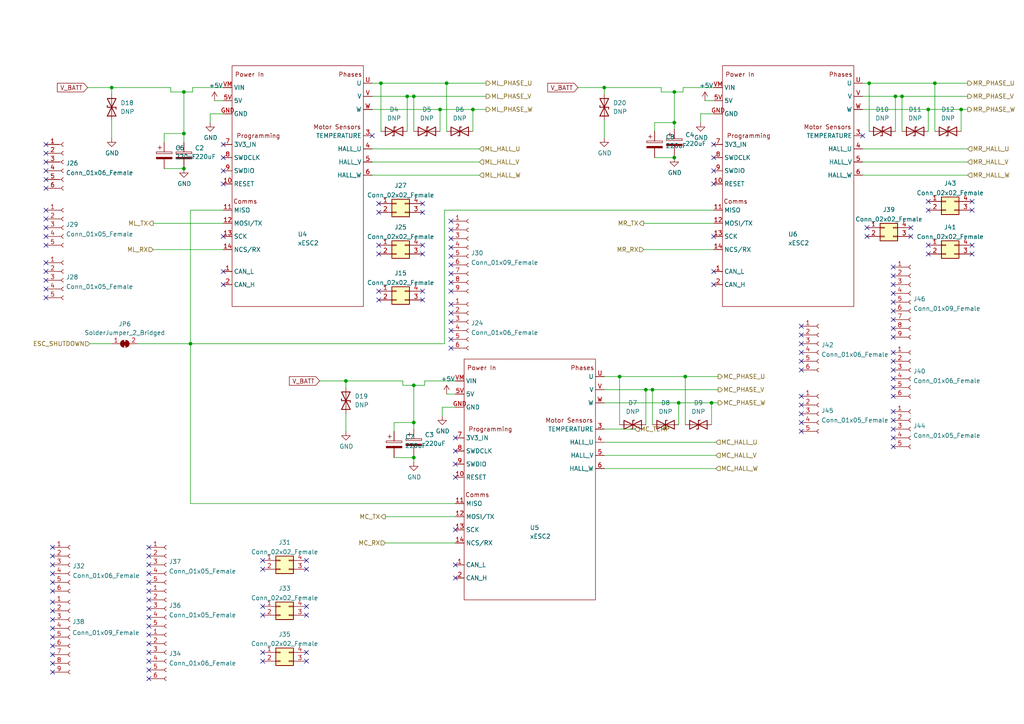
<source format=kicad_sch>
(kicad_sch (version 20211123) (generator eeschema)
  (paper "A4")
  (lib_symbols
    (symbol "Connector:Conn_01x05_Female" (pin_names (offset 1.016) hide)
      (property "Reference" "J" (at 0 7.62 0))
      (property "Value" "Conn_01x05_Female" (at 0 -7.62 0))
      (symbol "Conn_01x05_Female_1_1"
        (arc (start 0 -4.572) (mid -0.508 -5.08) (end 0 -5.588) (stroke (width 0.1524)))
        (arc (start 0 -2.032) (mid -0.508 -2.54) (end 0 -3.048) (stroke (width 0.1524)))
        (polyline (pts (xy -1.27 -5.08) (xy -0.508 -5.08)) (stroke (width 0.1524)))
        (polyline (pts (xy -1.27 -2.54) (xy -0.508 -2.54)) (stroke (width 0.1524)))
        (polyline (pts (xy -1.27 0) (xy -0.508 0)) (stroke (width 0.1524)))
        (polyline (pts (xy -1.27 2.54) (xy -0.508 2.54)) (stroke (width 0.1524)))
        (polyline (pts (xy -1.27 5.08) (xy -0.508 5.08)) (stroke (width 0.1524)))
        (arc (start 0 0.508) (mid -0.508 0) (end 0 -0.508) (stroke (width 0.1524)))
        (arc (start 0 3.048) (mid -0.508 2.54) (end 0 2.032) (stroke (width 0.1524)))
        (arc (start 0 5.588) (mid -0.508 5.08) (end 0 4.572) (stroke (width 0.1524)))
        (pin passive line (at -5.08 5.08 0) (length 3.81) (name "Pin_1") (number "1"))
        (pin passive line (at -5.08 2.54 0) (length 3.81) (name "Pin_2") (number "2"))
        (pin passive line (at -5.08 0 0) (length 3.81) (name "Pin_3") (number "3"))
        (pin passive line (at -5.08 -2.54 0) (length 3.81) (name "Pin_4") (number "4"))
        (pin passive line (at -5.08 -5.08 0) (length 3.81) (name "Pin_5") (number "5"))
      )
    )
    (symbol "Connector:Conn_01x06_Female" (pin_names (offset 1.016) hide)
      (property "Reference" "J" (at 0 7.62 0))
      (property "Value" "Conn_01x06_Female" (at 0 -10.16 0))
      (symbol "Conn_01x06_Female_1_1"
        (arc (start 0 -7.112) (mid -0.508 -7.62) (end 0 -8.128) (stroke (width 0.1524)))
        (arc (start 0 -4.572) (mid -0.508 -5.08) (end 0 -5.588) (stroke (width 0.1524)))
        (arc (start 0 -2.032) (mid -0.508 -2.54) (end 0 -3.048) (stroke (width 0.1524)))
        (polyline (pts (xy -1.27 -7.62) (xy -0.508 -7.62)) (stroke (width 0.1524)))
        (polyline (pts (xy -1.27 -5.08) (xy -0.508 -5.08)) (stroke (width 0.1524)))
        (polyline (pts (xy -1.27 -2.54) (xy -0.508 -2.54)) (stroke (width 0.1524)))
        (polyline (pts (xy -1.27 0) (xy -0.508 0)) (stroke (width 0.1524)))
        (polyline (pts (xy -1.27 2.54) (xy -0.508 2.54)) (stroke (width 0.1524)))
        (polyline (pts (xy -1.27 5.08) (xy -0.508 5.08)) (stroke (width 0.1524)))
        (arc (start 0 0.508) (mid -0.508 0) (end 0 -0.508) (stroke (width 0.1524)))
        (arc (start 0 3.048) (mid -0.508 2.54) (end 0 2.032) (stroke (width 0.1524)))
        (arc (start 0 5.588) (mid -0.508 5.08) (end 0 4.572) (stroke (width 0.1524)))
        (pin passive line (at -5.08 5.08 0) (length 3.81) (name "Pin_1") (number "1"))
        (pin passive line (at -5.08 2.54 0) (length 3.81) (name "Pin_2") (number "2"))
        (pin passive line (at -5.08 0 0) (length 3.81) (name "Pin_3") (number "3"))
        (pin passive line (at -5.08 -2.54 0) (length 3.81) (name "Pin_4") (number "4"))
        (pin passive line (at -5.08 -5.08 0) (length 3.81) (name "Pin_5") (number "5"))
        (pin passive line (at -5.08 -7.62 0) (length 3.81) (name "Pin_6") (number "6"))
      )
    )
    (symbol "Connector:Conn_01x09_Female" (pin_names (offset 1.016) hide)
      (property "Reference" "J" (at 0 12.7 0))
      (property "Value" "Conn_01x09_Female" (at 0 -12.7 0))
      (symbol "Conn_01x09_Female_1_1"
        (arc (start 0 -9.652) (mid -0.508 -10.16) (end 0 -10.668) (stroke (width 0.1524)))
        (arc (start 0 -7.112) (mid -0.508 -7.62) (end 0 -8.128) (stroke (width 0.1524)))
        (arc (start 0 -4.572) (mid -0.508 -5.08) (end 0 -5.588) (stroke (width 0.1524)))
        (arc (start 0 -2.032) (mid -0.508 -2.54) (end 0 -3.048) (stroke (width 0.1524)))
        (polyline (pts (xy -1.27 -10.16) (xy -0.508 -10.16)) (stroke (width 0.1524)))
        (polyline (pts (xy -1.27 -7.62) (xy -0.508 -7.62)) (stroke (width 0.1524)))
        (polyline (pts (xy -1.27 -5.08) (xy -0.508 -5.08)) (stroke (width 0.1524)))
        (polyline (pts (xy -1.27 -2.54) (xy -0.508 -2.54)) (stroke (width 0.1524)))
        (polyline (pts (xy -1.27 0) (xy -0.508 0)) (stroke (width 0.1524)))
        (polyline (pts (xy -1.27 2.54) (xy -0.508 2.54)) (stroke (width 0.1524)))
        (polyline (pts (xy -1.27 5.08) (xy -0.508 5.08)) (stroke (width 0.1524)))
        (polyline (pts (xy -1.27 7.62) (xy -0.508 7.62)) (stroke (width 0.1524)))
        (polyline (pts (xy -1.27 10.16) (xy -0.508 10.16)) (stroke (width 0.1524)))
        (arc (start 0 0.508) (mid -0.508 0) (end 0 -0.508) (stroke (width 0.1524)))
        (arc (start 0 3.048) (mid -0.508 2.54) (end 0 2.032) (stroke (width 0.1524)))
        (arc (start 0 5.588) (mid -0.508 5.08) (end 0 4.572) (stroke (width 0.1524)))
        (arc (start 0 8.128) (mid -0.508 7.62) (end 0 7.112) (stroke (width 0.1524)))
        (arc (start 0 10.668) (mid -0.508 10.16) (end 0 9.652) (stroke (width 0.1524)))
        (pin passive line (at -5.08 10.16 0) (length 3.81) (name "Pin_1") (number "1"))
        (pin passive line (at -5.08 7.62 0) (length 3.81) (name "Pin_2") (number "2"))
        (pin passive line (at -5.08 5.08 0) (length 3.81) (name "Pin_3") (number "3"))
        (pin passive line (at -5.08 2.54 0) (length 3.81) (name "Pin_4") (number "4"))
        (pin passive line (at -5.08 0 0) (length 3.81) (name "Pin_5") (number "5"))
        (pin passive line (at -5.08 -2.54 0) (length 3.81) (name "Pin_6") (number "6"))
        (pin passive line (at -5.08 -5.08 0) (length 3.81) (name "Pin_7") (number "7"))
        (pin passive line (at -5.08 -7.62 0) (length 3.81) (name "Pin_8") (number "8"))
        (pin passive line (at -5.08 -10.16 0) (length 3.81) (name "Pin_9") (number "9"))
      )
    )
    (symbol "Connector_Generic:Conn_02x02_Counter_Clockwise" (pin_names (offset 1.016) hide)
      (property "Reference" "J" (at 1.27 2.54 0))
      (property "Value" "Conn_02x02_Counter_Clockwise" (at 1.27 -5.08 0))
      (symbol "Conn_02x02_Counter_Clockwise_1_1"
        (rectangle (start -1.27 -2.413) (end 0 -2.667) (stroke (width 0.1524)))
        (rectangle (start -1.27 0.127) (end 0 -0.127) (stroke (width 0.1524)))
        (rectangle (start -1.27 1.27) (end 3.81 -3.81) (stroke (width 0.254)) (fill (type background)))
        (rectangle (start 3.81 -2.413) (end 2.54 -2.667) (stroke (width 0.1524)))
        (rectangle (start 3.81 0.127) (end 2.54 -0.127) (stroke (width 0.1524)))
        (pin passive line (at -5.08 0 0) (length 3.81) (name "Pin_1") (number "1"))
        (pin passive line (at -5.08 -2.54 0) (length 3.81) (name "Pin_2") (number "2"))
        (pin passive line (at 7.62 -2.54 180) (length 3.81) (name "Pin_3") (number "3"))
        (pin passive line (at 7.62 0 180) (length 3.81) (name "Pin_4") (number "4"))
      )
    )
    (symbol "Device:C_Polarized" (pin_numbers hide) (pin_names (offset 0.254))
      (property "Reference" "C" (at 0.635 2.54 0))
      (property "Value" "C_Polarized" (at 0.635 -2.54 0))
      (symbol "C_Polarized_0_1"
        (rectangle (start -2.286 0.508) (end 2.286 1.016))
        (polyline (pts (xy -1.778 2.286) (xy -0.762 2.286)))
        (polyline (pts (xy -1.27 2.794) (xy -1.27 1.778)))
        (rectangle (start 2.286 -0.508) (end -2.286 -1.016) (fill (type outline)))
      )
      (symbol "C_Polarized_1_1"
        (pin passive line (at 0 3.81 270) (length 2.794) (name "~") (number "1"))
        (pin passive line (at 0 -3.81 90) (length 2.794) (name "~") (number "2"))
      )
    )
    (symbol "Device:D_TVS" (pin_numbers hide) (pin_names (offset 1.016) hide)
      (property "Reference" "D" (at 0 2.54 0))
      (property "Value" "D_TVS" (at 0 -2.54 0))
      (symbol "D_TVS_0_1"
        (polyline (pts (xy 1.27 0) (xy -1.27 0)))
        (polyline (pts (xy 0.508 1.27) (xy 0 1.27) (xy 0 -1.27) (xy -0.508 -1.27)) (stroke (width 0.254)))
        (polyline (pts (xy -2.54 1.27) (xy -2.54 -1.27) (xy 2.54 1.27) (xy 2.54 -1.27) (xy -2.54 1.27)) (stroke (width 0.254)))
      )
      (symbol "D_TVS_1_1"
        (pin passive line (at -3.81 0 0) (length 2.54) (name "A1") (number "1"))
        (pin passive line (at 3.81 0 180) (length 2.54) (name "A2") (number "2"))
      )
    )
    (symbol "Jumper:SolderJumper_2_Bridged" (pin_names (offset 0) hide)
      (property "Reference" "JP" (at 0 2.032 0))
      (property "Value" "SolderJumper_2_Bridged" (at 0 -2.54 0))
      (symbol "SolderJumper_2_Bridged_0_1"
        (rectangle (start -0.508 0.508) (end 0.508 -0.508) (fill (type outline)))
        (arc (start -0.254 1.016) (mid -1.27 0) (end -0.254 -1.016))
        (arc (start -0.254 1.016) (mid -1.27 0) (end -0.254 -1.016) (fill (type outline)))
        (polyline (pts (xy -0.254 1.016) (xy -0.254 -1.016)))
        (polyline (pts (xy 0.254 1.016) (xy 0.254 -1.016)))
        (arc (start 0.254 -1.016) (mid 1.27 0) (end 0.254 1.016))
        (arc (start 0.254 -1.016) (mid 1.27 0) (end 0.254 1.016) (fill (type outline)))
      )
      (symbol "SolderJumper_2_Bridged_1_1"
        (pin passive line (at -3.81 0 0) (length 2.54) (name "A") (number "1"))
        (pin passive line (at 3.81 0 180) (length 2.54) (name "B") (number "2"))
      )
    )
    (symbol "power:+5V" (power) (pin_names (offset 0))
      (property "Value" "+5V" (at 0 3.556 0))
      (symbol "+5V_0_1"
        (polyline (pts (xy -0.762 1.27) (xy 0 2.54)))
        (polyline (pts (xy 0 0) (xy 0 2.54)))
        (polyline (pts (xy 0 2.54) (xy 0.762 1.27)))
      )
      (symbol "+5V_1_1"
        (pin power_in line (at 0 0 90) (length 0) hide (name "+5V") (number "1"))
      )
    )
    (symbol "power:GND" (power) (pin_names (offset 0))
      (property "Value" "GND" (at 0 -3.81 0))
      (symbol "GND_0_1"
        (polyline (pts (xy 0 0) (xy 0 -1.27) (xy 1.27 -1.27) (xy 0 -2.54) (xy -1.27 -1.27) (xy 0 -1.27)))
      )
      (symbol "GND_1_1"
        (pin power_in line (at 0 0 270) (length 0) hide (name "GND") (number "1"))
      )
    )
    (symbol "xESC2:xESC2"
      (property "Reference" "U" (at -2.54 -22.86 0))
      (property "Value" "xESC2" (at -2.54 -25.4 0))
      (symbol "xESC2_0_0"
        (text "Comms" (at -17.78 10.16 0) (effects (font (size 1.27 1.27))))
        (text "Motor Sensors" (at 8.89 31.75 0) (effects (font (size 1.27 1.27))))
        (text "Phases" (at 12.7 46.99 0) (effects (font (size 1.27 1.27))))
        (text "Power In" (at -16.51 46.99 0) (effects (font (size 1.27 1.27))))
        (text "Programming" (at -13.97 29.21 0) (effects (font (size 1.27 1.27))))
      )
      (symbol "xESC2_0_1"
        (rectangle (start -21.59 49.53) (end 16.51 -20.32))
      )
      (symbol "xESC2_1_1"
        (pin input line (at -24.13 -10.16 0) (length 2.54) (name "CAN_L") (number "1"))
        (pin input line (at -24.13 15.24 0) (length 2.54) (name "RESET") (number "10"))
        (pin input line (at -24.13 7.62 0) (length 2.54) (name "MISO") (number "11"))
        (pin input line (at -24.13 3.81 0) (length 2.54) (name "MOSI/TX") (number "12"))
        (pin input line (at -24.13 0 0) (length 2.54) (name "SCK") (number "13"))
        (pin input line (at -24.13 -3.81 0) (length 2.54) (name "NCS/RX") (number "14"))
        (pin input line (at -24.13 -13.97 0) (length 2.54) (name "CAN_H") (number "2"))
        (pin input line (at 19.05 29.21 180) (length 2.54) (name "TEMPERATURE") (number "3"))
        (pin input line (at 19.05 25.4 180) (length 2.54) (name "HALL_U") (number "4"))
        (pin input line (at 19.05 21.59 180) (length 2.54) (name "HALL_V") (number "5"))
        (pin input line (at -24.13 39.37 0) (length 2.54) (name "5V") (number "5V"))
        (pin input line (at 19.05 17.78 180) (length 2.54) (name "HALL_W") (number "6"))
        (pin input line (at -24.13 26.67 0) (length 2.54) (name "3V3_IN") (number "7"))
        (pin input line (at -24.13 22.86 0) (length 2.54) (name "SWDCLK") (number "8"))
        (pin input line (at -24.13 19.05 0) (length 2.54) (name "SWDIO") (number "9"))
        (pin input line (at -24.13 35.56 0) (length 2.54) (name "GND") (number "GND"))
        (pin output line (at 19.05 44.45 180) (length 2.54) (name "U") (number "U"))
        (pin output line (at 19.05 40.64 180) (length 2.54) (name "V") (number "V"))
        (pin input line (at -24.13 43.18 0) (length 2.54) (name "VIN") (number "VM"))
        (pin output line (at 19.05 36.83 180) (length 2.54) (name "W") (number "W"))
      )
    )
  )
  (junction (at 252.095 24.13))
  (junction (at 55.245 99.695))
  (junction (at 259.715 27.94))
  (junction (at 120.015 132.715))
  (junction (at 129.54 24.13))
  (junction (at 32.385 25.4))
  (junction (at 179.705 109.22))
  (junction (at 118.11 27.94))
  (junction (at 278.765 31.75))
  (junction (at 53.34 26.67))
  (junction (at 127.635 31.75))
  (junction (at 195.58 45.72))
  (junction (at 110.49 24.13))
  (junction (at 100.33 110.49))
  (junction (at 196.85 116.84))
  (junction (at 195.58 26.67))
  (junction (at 53.34 38.735))
  (junction (at 271.145 24.13))
  (junction (at 120.015 27.94))
  (junction (at 120.015 111.76))
  (junction (at 195.58 35.56))
  (junction (at 189.23 113.03))
  (junction (at 261.62 27.94))
  (junction (at 120.015 122.555))
  (junction (at 137.16 31.75))
  (junction (at 198.755 109.22))
  (junction (at 187.325 113.03))
  (junction (at 53.34 48.895))
  (junction (at 269.24 31.75))
  (junction (at 175.26 25.4))
  (junction (at 206.375 116.84))
  (no_connect (at 251.46 66.04))
  (no_connect (at 251.46 68.58))
  (no_connect (at 264.16 68.58))
  (no_connect (at 264.16 66.04))
  (no_connect (at 269.24 60.96))
  (no_connect (at 269.24 58.42))
  (no_connect (at 281.94 58.42))
  (no_connect (at 281.94 60.96))
  (no_connect (at 281.94 71.12))
  (no_connect (at 281.94 73.66))
  (no_connect (at 269.24 73.66))
  (no_connect (at 269.24 71.12))
  (no_connect (at 43.18 173.99))
  (no_connect (at 43.18 171.45))
  (no_connect (at 43.18 168.91))
  (no_connect (at 43.18 166.37))
  (no_connect (at 43.18 163.83))
  (no_connect (at 43.18 161.29))
  (no_connect (at 43.18 158.75))
  (no_connect (at 15.24 158.75))
  (no_connect (at 15.24 161.29))
  (no_connect (at 15.24 163.83))
  (no_connect (at 15.24 166.37))
  (no_connect (at 15.24 168.91))
  (no_connect (at 15.24 171.45))
  (no_connect (at 15.24 174.625))
  (no_connect (at 15.24 177.165))
  (no_connect (at 15.24 179.705))
  (no_connect (at 15.24 182.245))
  (no_connect (at 15.24 184.785))
  (no_connect (at 15.24 187.325))
  (no_connect (at 15.24 189.865))
  (no_connect (at 15.24 192.405))
  (no_connect (at 15.24 194.945))
  (no_connect (at 43.18 191.77))
  (no_connect (at 43.18 189.23))
  (no_connect (at 43.18 186.69))
  (no_connect (at 43.18 184.15))
  (no_connect (at 43.18 181.61))
  (no_connect (at 43.18 179.07))
  (no_connect (at 43.18 176.53))
  (no_connect (at 43.18 196.85))
  (no_connect (at 43.18 194.31))
  (no_connect (at 130.81 76.835))
  (no_connect (at 130.81 79.375))
  (no_connect (at 76.2 189.23))
  (no_connect (at 76.2 191.77))
  (no_connect (at 88.9 189.23))
  (no_connect (at 88.9 191.77))
  (no_connect (at 76.2 162.56))
  (no_connect (at 76.2 165.1))
  (no_connect (at 88.9 162.56))
  (no_connect (at 88.9 165.1))
  (no_connect (at 76.2 175.895))
  (no_connect (at 76.2 178.435))
  (no_connect (at 88.9 175.895))
  (no_connect (at 88.9 178.435))
  (no_connect (at 64.77 68.58))
  (no_connect (at 64.77 41.91))
  (no_connect (at 64.77 45.72))
  (no_connect (at 64.77 49.53))
  (no_connect (at 64.77 53.34))
  (no_connect (at 207.01 68.58))
  (no_connect (at 250.19 39.37))
  (no_connect (at 207.01 41.91))
  (no_connect (at 207.01 49.53))
  (no_connect (at 207.01 53.34))
  (no_connect (at 207.01 45.72))
  (no_connect (at 132.08 138.43))
  (no_connect (at 132.08 127))
  (no_connect (at 132.08 130.81))
  (no_connect (at 132.08 134.62))
  (no_connect (at 107.95 39.37))
  (no_connect (at 13.335 76.2))
  (no_connect (at 13.335 78.74))
  (no_connect (at 13.335 81.28))
  (no_connect (at 13.335 83.82))
  (no_connect (at 13.335 86.36))
  (no_connect (at 130.81 64.135))
  (no_connect (at 130.81 66.675))
  (no_connect (at 130.81 69.215))
  (no_connect (at 130.81 71.755))
  (no_connect (at 109.855 71.12))
  (no_connect (at 109.855 73.66))
  (no_connect (at 122.555 73.66))
  (no_connect (at 122.555 71.12))
  (no_connect (at 109.855 59.055))
  (no_connect (at 109.855 61.595))
  (no_connect (at 122.555 61.595))
  (no_connect (at 122.555 59.055))
  (no_connect (at 109.855 84.455))
  (no_connect (at 109.855 86.995))
  (no_connect (at 122.555 86.995))
  (no_connect (at 122.555 84.455))
  (no_connect (at 130.81 74.295))
  (no_connect (at 130.81 100.965))
  (no_connect (at 130.81 81.915))
  (no_connect (at 130.81 95.885))
  (no_connect (at 130.81 98.425))
  (no_connect (at 130.81 84.455))
  (no_connect (at 130.81 88.265))
  (no_connect (at 130.81 90.805))
  (no_connect (at 130.81 93.345))
  (no_connect (at 132.08 153.67))
  (no_connect (at 132.08 163.83))
  (no_connect (at 132.08 167.64))
  (no_connect (at 207.01 78.74))
  (no_connect (at 207.01 82.55))
  (no_connect (at 64.77 78.74))
  (no_connect (at 64.77 82.55))
  (no_connect (at 13.335 54.61))
  (no_connect (at 13.335 60.96))
  (no_connect (at 13.335 41.91))
  (no_connect (at 13.335 44.45))
  (no_connect (at 13.335 46.99))
  (no_connect (at 13.335 49.53))
  (no_connect (at 13.335 52.07))
  (no_connect (at 13.335 63.5))
  (no_connect (at 13.335 66.04))
  (no_connect (at 13.335 68.58))
  (no_connect (at 13.335 71.12))
  (no_connect (at 259.08 87.63))
  (no_connect (at 259.08 85.09))
  (no_connect (at 259.08 82.55))
  (no_connect (at 259.08 80.01))
  (no_connect (at 259.08 77.47))
  (no_connect (at 259.08 92.71))
  (no_connect (at 259.08 90.17))
  (no_connect (at 259.08 95.25))
  (no_connect (at 259.08 97.79))
  (no_connect (at 259.08 114.935))
  (no_connect (at 259.08 112.395))
  (no_connect (at 259.08 109.855))
  (no_connect (at 259.08 107.315))
  (no_connect (at 259.08 104.775))
  (no_connect (at 259.08 102.235))
  (no_connect (at 232.41 94.615))
  (no_connect (at 232.41 97.155))
  (no_connect (at 232.41 99.695))
  (no_connect (at 232.41 102.235))
  (no_connect (at 232.41 104.775))
  (no_connect (at 232.41 107.315))
  (no_connect (at 232.41 114.935))
  (no_connect (at 232.41 117.475))
  (no_connect (at 232.41 120.015))
  (no_connect (at 232.41 122.555))
  (no_connect (at 232.41 125.095))
  (no_connect (at 259.08 121.92))
  (no_connect (at 259.08 119.38))
  (no_connect (at 259.08 129.54))
  (no_connect (at 259.08 127))
  (no_connect (at 259.08 124.46))
  (wire (pts (xy 179.705 109.22) (xy 179.705 123.19)))
  (wire (pts (xy 175.26 34.925) (xy 175.26 40.005)))
  (wire (pts (xy 259.715 27.94) (xy 261.62 27.94)))
  (wire (pts (xy 120.015 132.715) (xy 120.015 132.08)))
  (wire (pts (xy 252.095 24.13) (xy 252.095 38.1)))
  (wire (pts (xy 116.84 110.49) (xy 116.84 111.76)))
  (wire (pts (xy 120.015 27.94) (xy 120.015 38.1)))
  (wire (pts (xy 55.88 26.67) (xy 53.34 26.67)))
  (wire (pts (xy 92.71 110.49) (xy 100.33 110.49)))
  (wire (pts (xy 250.19 46.99) (xy 280.67 46.99)))
  (wire (pts (xy 179.705 109.22) (xy 198.755 109.22)))
  (wire (pts (xy 44.45 72.39) (xy 64.77 72.39)))
  (wire (pts (xy 49.53 25.4) (xy 49.53 26.67)))
  (wire (pts (xy 250.19 24.13) (xy 252.095 24.13)))
  (wire (pts (xy 47.625 48.895) (xy 53.34 48.895)))
  (wire (pts (xy 175.26 135.89) (xy 207.645 135.89)))
  (wire (pts (xy 187.325 113.03) (xy 189.23 113.03)))
  (wire (pts (xy 271.145 24.13) (xy 280.67 24.13)))
  (wire (pts (xy 53.34 38.735) (xy 53.34 41.275)))
  (wire (pts (xy 128.27 118.11) (xy 128.27 120.65)))
  (wire (pts (xy 123.19 110.49) (xy 123.19 111.76)))
  (wire (pts (xy 53.34 26.67) (xy 49.53 26.67)))
  (wire (pts (xy 128.905 99.695) (xy 55.245 99.695)))
  (wire (pts (xy 111.76 149.86) (xy 132.08 149.86)))
  (wire (pts (xy 32.385 25.4) (xy 49.53 25.4)))
  (wire (pts (xy 278.765 31.75) (xy 280.67 31.75)))
  (wire (pts (xy 55.245 60.96) (xy 55.245 99.695)))
  (wire (pts (xy 278.765 31.75) (xy 278.765 38.1)))
  (wire (pts (xy 196.85 123.19) (xy 196.85 116.84)))
  (wire (pts (xy 120.015 133.985) (xy 120.015 132.715)))
  (wire (pts (xy 120.015 27.94) (xy 140.97 27.94)))
  (wire (pts (xy 189.865 35.56) (xy 195.58 35.56)))
  (wire (pts (xy 198.755 109.22) (xy 208.28 109.22)))
  (wire (pts (xy 195.58 26.67) (xy 191.77 26.67)))
  (wire (pts (xy 132.08 118.11) (xy 128.27 118.11)))
  (wire (pts (xy 186.69 72.39) (xy 207.01 72.39)))
  (wire (pts (xy 195.58 26.67) (xy 195.58 35.56)))
  (wire (pts (xy 167.64 25.4) (xy 175.26 25.4)))
  (wire (pts (xy 137.16 31.75) (xy 137.16 38.1)))
  (wire (pts (xy 129.54 24.13) (xy 140.97 24.13)))
  (wire (pts (xy 175.26 109.22) (xy 179.705 109.22)))
  (wire (pts (xy 100.33 120.015) (xy 100.33 125.095)))
  (wire (pts (xy 271.145 24.13) (xy 271.145 38.1)))
  (wire (pts (xy 269.24 31.75) (xy 278.765 31.75)))
  (wire (pts (xy 261.62 27.94) (xy 280.67 27.94)))
  (wire (pts (xy 195.58 45.72) (xy 195.58 45.085)))
  (wire (pts (xy 250.19 27.94) (xy 259.715 27.94)))
  (wire (pts (xy 207.01 33.02) (xy 203.2 33.02)))
  (wire (pts (xy 32.385 25.4) (xy 32.385 27.305)))
  (wire (pts (xy 120.015 111.76) (xy 120.015 122.555)))
  (wire (pts (xy 207.01 25.4) (xy 198.12 25.4)))
  (wire (pts (xy 110.49 24.13) (xy 129.54 24.13)))
  (wire (pts (xy 175.26 113.03) (xy 187.325 113.03)))
  (wire (pts (xy 198.12 26.67) (xy 195.58 26.67)))
  (wire (pts (xy 44.45 64.77) (xy 64.77 64.77)))
  (wire (pts (xy 64.77 60.96) (xy 55.245 60.96)))
  (wire (pts (xy 204.47 29.21) (xy 207.01 29.21)))
  (wire (pts (xy 132.08 110.49) (xy 123.19 110.49)))
  (wire (pts (xy 25.4 25.4) (xy 32.385 25.4)))
  (wire (pts (xy 120.015 122.555) (xy 120.015 124.46)))
  (wire (pts (xy 60.96 33.02) (xy 60.96 35.56)))
  (wire (pts (xy 189.23 113.03) (xy 208.28 113.03)))
  (wire (pts (xy 189.865 38.1) (xy 189.865 35.56)))
  (wire (pts (xy 175.26 25.4) (xy 175.26 27.305)))
  (wire (pts (xy 55.88 25.4) (xy 55.88 26.67)))
  (wire (pts (xy 128.905 60.96) (xy 128.905 99.695)))
  (wire (pts (xy 198.12 25.4) (xy 198.12 26.67)))
  (wire (pts (xy 269.24 38.1) (xy 269.24 31.75)))
  (wire (pts (xy 62.23 29.21) (xy 64.77 29.21)))
  (wire (pts (xy 195.58 35.56) (xy 195.58 37.465)))
  (wire (pts (xy 100.33 110.49) (xy 116.84 110.49)))
  (wire (pts (xy 32.385 34.925) (xy 32.385 40.005)))
  (wire (pts (xy 118.11 27.94) (xy 118.11 38.1)))
  (wire (pts (xy 261.62 27.94) (xy 261.62 38.1)))
  (wire (pts (xy 129.54 24.13) (xy 129.54 38.1)))
  (wire (pts (xy 114.3 125.095) (xy 114.3 122.555)))
  (wire (pts (xy 107.95 46.99) (xy 139.065 46.99)))
  (wire (pts (xy 120.015 111.76) (xy 116.84 111.76)))
  (wire (pts (xy 26.035 99.695) (xy 32.385 99.695)))
  (wire (pts (xy 127.635 38.1) (xy 127.635 31.75)))
  (wire (pts (xy 114.3 122.555) (xy 120.015 122.555)))
  (wire (pts (xy 175.26 116.84) (xy 196.85 116.84)))
  (wire (pts (xy 64.77 25.4) (xy 55.88 25.4)))
  (wire (pts (xy 186.69 64.77) (xy 207.01 64.77)))
  (wire (pts (xy 175.26 132.08) (xy 207.645 132.08)))
  (wire (pts (xy 250.19 43.18) (xy 280.67 43.18)))
  (wire (pts (xy 191.77 25.4) (xy 191.77 26.67)))
  (wire (pts (xy 107.95 50.8) (xy 139.065 50.8)))
  (wire (pts (xy 187.325 113.03) (xy 187.325 123.19)))
  (wire (pts (xy 53.34 26.67) (xy 53.34 38.735)))
  (wire (pts (xy 47.625 38.735) (xy 53.34 38.735)))
  (wire (pts (xy 189.865 45.72) (xy 195.58 45.72)))
  (wire (pts (xy 55.245 99.695) (xy 40.005 99.695)))
  (wire (pts (xy 111.76 157.48) (xy 132.08 157.48)))
  (wire (pts (xy 250.19 31.75) (xy 269.24 31.75)))
  (wire (pts (xy 55.245 146.05) (xy 55.245 99.695)))
  (wire (pts (xy 252.095 24.13) (xy 271.145 24.13)))
  (wire (pts (xy 206.375 116.84) (xy 206.375 123.19)))
  (wire (pts (xy 107.95 24.13) (xy 110.49 24.13)))
  (wire (pts (xy 100.33 110.49) (xy 100.33 112.395)))
  (wire (pts (xy 206.375 116.84) (xy 208.28 116.84)))
  (wire (pts (xy 207.01 60.96) (xy 128.905 60.96)))
  (wire (pts (xy 259.715 27.94) (xy 259.715 38.1)))
  (wire (pts (xy 123.19 111.76) (xy 120.015 111.76)))
  (wire (pts (xy 127.635 31.75) (xy 137.16 31.75)))
  (wire (pts (xy 198.755 109.22) (xy 198.755 123.19)))
  (wire (pts (xy 203.2 33.02) (xy 203.2 35.56)))
  (wire (pts (xy 132.08 146.05) (xy 55.245 146.05)))
  (wire (pts (xy 175.26 25.4) (xy 191.77 25.4)))
  (wire (pts (xy 129.54 114.3) (xy 132.08 114.3)))
  (wire (pts (xy 110.49 24.13) (xy 110.49 38.1)))
  (wire (pts (xy 137.16 31.75) (xy 140.97 31.75)))
  (wire (pts (xy 175.26 128.27) (xy 207.645 128.27)))
  (wire (pts (xy 107.95 31.75) (xy 127.635 31.75)))
  (wire (pts (xy 118.11 27.94) (xy 120.015 27.94)))
  (wire (pts (xy 107.95 43.18) (xy 139.065 43.18)))
  (wire (pts (xy 47.625 41.275) (xy 47.625 38.735)))
  (wire (pts (xy 189.23 113.03) (xy 189.23 123.19)))
  (wire (pts (xy 175.26 124.46) (xy 184.15 124.46)))
  (wire (pts (xy 64.77 33.02) (xy 60.96 33.02)))
  (wire (pts (xy 250.19 50.8) (xy 280.67 50.8)))
  (wire (pts (xy 196.85 116.84) (xy 206.375 116.84)))
  (wire (pts (xy 114.3 132.715) (xy 120.015 132.715)))
  (wire (pts (xy 107.95 27.94) (xy 118.11 27.94)))
  (global_label "V_BATT" (shape input) (at 25.4 25.4 180) (property "Intersheet References" "${INTERSHEET_REFS}" (effects hide)))
  (global_label "V_BATT" (shape input) (at 167.64 25.4 180) (property "Intersheet References" "${INTERSHEET_REFS}" (effects hide)))
  (global_label "V_BATT" (shape input) (at 92.71 110.49 180) (property "Intersheet References" "${INTERSHEET_REFS}" (effects hide)))
  (hierarchical_label "MC_HALL_W" (shape input) (at 207.645 135.89 0))
  (hierarchical_label "MC_PHASE_U" (shape output) (at 208.28 109.22 0))
  (hierarchical_label "MR_HALL_U" (shape input) (at 280.67 43.18 0))
  (hierarchical_label "MC_HALL_U" (shape input) (at 207.645 128.27 0))
  (hierarchical_label "ML_PHASE_V" (shape output) (at 140.97 27.94 0))
  (hierarchical_label "MC_HALL_V" (shape input) (at 207.645 132.08 0))
  (hierarchical_label "ML_PHASE_U" (shape output) (at 140.97 24.13 0))
  (hierarchical_label "ML_HALL_W" (shape input) (at 139.065 50.8 0))
  (hierarchical_label "ML_PHASE_W" (shape output) (at 140.97 31.75 0))
  (hierarchical_label "MC_TX" (shape output) (at 111.76 149.86 180))
  (hierarchical_label "MC_TEMP" (shape input) (at 184.15 124.46 0))
  (hierarchical_label "MR_TX" (shape output) (at 186.69 64.77 180))
  (hierarchical_label "ML_HALL_V" (shape input) (at 139.065 46.99 0))
  (hierarchical_label "MR_PHASE_V" (shape output) (at 280.67 27.94 0))
  (hierarchical_label "ML_TX" (shape output) (at 44.45 64.77 180))
  (hierarchical_label "ML_HALL_U" (shape input) (at 139.065 43.18 0))
  (hierarchical_label "MC_PHASE_W" (shape output) (at 208.28 116.84 0))
  (hierarchical_label "ML_RX" (shape input) (at 44.45 72.39 180))
  (hierarchical_label "MC_PHASE_V" (shape output) (at 208.28 113.03 0))
  (hierarchical_label "MR_RX" (shape input) (at 186.69 72.39 180))
  (hierarchical_label "MR_HALL_V" (shape input) (at 280.67 46.99 0))
  (hierarchical_label "MR_PHASE_W" (shape output) (at 280.67 31.75 0))
  (hierarchical_label "ESC_SHUTDOWN" (shape input) (at 26.035 99.695 180))
  (hierarchical_label "MR_PHASE_U" (shape output) (at 280.67 24.13 0))
  (hierarchical_label "MC_RX" (shape input) (at 111.76 157.48 180))
  (hierarchical_label "MR_HALL_W" (shape input) (at 280.67 50.8 0))
  (symbol (lib_id "Connector:Conn_01x06_Female") (at 264.16 107.315 0) (unit 1) (on_board no)
    (property "Reference" "J40" (at 264.8712 107.6765 0) (effects (justify left)))
    (property "Value" "Conn_01x06_Female" (at 264.8712 110.4516 0) (effects (justify left)))
    (property "LCSC" "C40877" (effects hide))
    (property "Part Number" "C40877" (effects hide))
    (property "Stock_PN" "J-TH-1x6-.1F" (effects hide))
  )
  (symbol (lib_id "Device:D_TVS") (at 265.43 38.1 180) (unit 1)
    (property "Reference" "D11" (at 265.43 31.75 0))
    (property "Value" "DNP" (at 265.43 34.29 0))
    (property "Footprint" "Diode_SMD:D_SMB" (effects hide))
    (property "Config" "do not place" (effects hide))
    (property "DNP" "Y" (effects hide))
  )
  (symbol (lib_id "Device:D_TVS") (at 100.33 116.205 90) (unit 1)
    (property "Reference" "D19" (at 102.87 114.9349 90) (effects (justify right)))
    (property "Value" "DNP" (at 102.87 117.4749 90) (effects (justify right)))
    (property "Footprint" "Diode_SMD:D_SMA" (effects hide))
    (property "Config" "do not place" (effects hide))
    (property "DNP" "Y" (effects hide))
  )
  (symbol (lib_id "Device:D_TVS") (at 255.905 38.1 180) (unit 1)
    (property "Reference" "D10" (at 255.905 31.75 0))
    (property "Value" "DNP" (at 255.905 34.29 0))
    (property "Footprint" "Diode_SMD:D_SMB" (effects hide))
    (property "Config" "do not place" (effects hide))
    (property "DNP" "Y" (effects hide))
  )
  (symbol (lib_id "Connector:Conn_01x05_Female") (at 264.16 124.46 0) (unit 1) (on_board no)
    (property "Reference" "J44" (at 264.8712 123.5515 0) (effects (justify left)))
    (property "Value" "Conn_01x05_Female" (at 264.8712 126.3266 0) (effects (justify left)))
    (property "LCSC" "C50950" (effects hide))
    (property "Part Number" "C50950" (effects hide))
    (property "Stock_PN" "J-TH-1x5-.1F" (effects hide))
  )
  (symbol (lib_id "power:+5V") (at 129.54 114.3 0) (unit 1)
    (property "Reference" "#PWR0132" (effects hide))
    (property "Value" "+5V" (at 129.921 109.9058 0))
  )
  (symbol (lib_id "Connector:Conn_01x09_Female") (at 264.16 87.63 0) (unit 1) (on_board no)
    (property "Reference" "J46" (at 264.8712 86.7215 0) (effects (justify left)))
    (property "Value" "Conn_01x09_Female" (at 264.8712 89.4966 0) (effects (justify left)))
    (property "LCSC" "C39576" (effects hide))
    (property "Part Number" "C39576" (effects hide))
    (property "Stock_PN" "J-TH-1x9-.1F" (effects hide))
  )
  (symbol (lib_id "Connector:Conn_01x05_Female") (at 18.415 81.28 0) (unit 1) (on_board no)
    (property "Reference" "J28" (at 19.1262 80.3715 0) (effects (justify left)))
    (property "Value" "Conn_01x05_Female" (at 19.1262 83.1466 0) (effects (justify left)))
    (property "LCSC" "C50950" (effects hide))
    (property "Part Number" "C50950" (effects hide))
    (property "Stock_PN" "J-TH-1x5-.1F" (effects hide))
  )
  (symbol (lib_id "power:+5V") (at 204.47 29.21 0) (unit 1)
    (property "Reference" "#PWR0128" (effects hide))
    (property "Value" "+5V" (at 204.851 24.8158 0))
  )
  (symbol (lib_id "power:GND") (at 195.58 45.72 0) (unit 1)
    (property "Reference" "#PWR0163" (effects hide))
    (property "Value" "GND" (at 195.707 50.1142 0))
  )
  (symbol (lib_id "Device:D_TVS") (at 133.35 38.1 180) (unit 1)
    (property "Reference" "D6" (at 133.35 31.75 0))
    (property "Value" "DNP" (at 133.35 34.29 0))
    (property "Footprint" "Diode_SMD:D_SMB" (effects hide))
    (property "Config" "do not place" (effects hide))
    (property "DNP" "Y" (effects hide))
  )
  (symbol (lib_id "Connector_Generic:Conn_02x02_Counter_Clockwise") (at 81.28 162.56 0) (unit 1) (on_board no)
    (property "Reference" "J31" (at 82.55 157.3235 0))
    (property "Value" "Conn_02x02_Female" (at 82.55 160.0986 0))
    (property "LCSC" "C239342" (effects hide))
    (property "Part Number" "A2541HWV-2x2P" (effects hide))
    (property "Stock_PN" "J-TH-2x2-.1F" (effects hide))
  )
  (symbol (lib_id "Connector_Generic:Conn_02x02_Counter_Clockwise") (at 114.935 84.455 0) (unit 1) (on_board no)
    (property "Reference" "J15" (at 116.205 79.2185 0))
    (property "Value" "Conn_02x02_Female" (at 116.205 81.9936 0))
    (property "LCSC" "C239342" (effects hide))
    (property "Part Number" "A2541HWV-2x2P" (effects hide))
    (property "Stock_PN" "J-TH-2x2-.1F" (effects hide))
  )
  (symbol (lib_id "Device:C_Polarized") (at 189.865 41.91 0) (unit 1)
    (property "Reference" "C8" (at 193.04 39.7509 0) (effects (justify left)))
    (property "Value" "220uF" (at 193.04 42.2909 0) (effects (justify left)))
    (property "Footprint" "Capacitor_THT:CP_Radial_D10.0mm_P5.00mm" (effects hide))
    (property "LCSC" "C442941" (effects hide))
    (property "Part Number" "LKME1251J221MF" (effects hide))
    (property "Stock_PN" "CP-TH-220uF-63V" (effects hide))
    (property "Digikey" "399-6654-1-ND" (effects hide))
  )
  (symbol (lib_id "Connector:Conn_01x05_Female") (at 48.26 163.83 0) (unit 1) (on_board no)
    (property "Reference" "J37" (at 48.9712 162.9215 0) (effects (justify left)))
    (property "Value" "Conn_01x05_Female" (at 48.9712 165.6966 0) (effects (justify left)))
    (property "LCSC" "C50950" (effects hide))
    (property "Part Number" "C50950" (effects hide))
    (property "Stock_PN" "J-TH-1x5-.1F" (effects hide))
  )
  (symbol (lib_id "xESC2:xESC2") (at 231.14 68.58 0) (unit 1)
    (property "Reference" "U6" (at 228.6 67.9449 0) (effects (justify left)))
    (property "Value" "xESC2" (at 228.6 70.4849 0) (effects (justify left)))
    (property "Footprint" "xESC2:xESC2" (effects hide))
    (property "Config" "do not place" (effects hide))
    (property "DNP" "Y" (effects hide))
  )
  (symbol (lib_id "Device:D_TVS") (at 114.3 38.1 180) (unit 1)
    (property "Reference" "D4" (at 114.3 31.75 0))
    (property "Value" "DNP" (at 114.3 34.29 0))
    (property "Footprint" "Diode_SMD:D_SMB" (effects hide))
    (property "Config" "do not place" (effects hide))
    (property "DNP" "Y" (effects hide))
  )
  (symbol (lib_id "Jumper:SolderJumper_2_Bridged") (at 36.195 99.695 0) (unit 1)
    (property "Reference" "JP6" (at 36.195 93.98 0))
    (property "Value" "SolderJumper_2_Bridged" (at 36.195 96.52 0))
    (property "Footprint" "Jumper:SolderJumper-2_P1.3mm_Bridged_RoundedPad1.0x1.5mm" (effects hide))
    (property "Config" "do not place" (effects hide))
    (property "DNP" "Y" (effects hide))
  )
  (symbol (lib_id "Device:D_TVS") (at 123.825 38.1 180) (unit 1)
    (property "Reference" "D5" (at 123.825 31.75 0))
    (property "Value" "DNP" (at 123.825 34.29 0))
    (property "Footprint" "Diode_SMD:D_SMB" (effects hide))
    (property "Config" "do not place" (effects hide))
    (property "DNP" "Y" (effects hide))
  )
  (symbol (lib_id "Device:D_TVS") (at 183.515 123.19 180) (unit 1)
    (property "Reference" "D7" (at 183.515 116.84 0))
    (property "Value" "DNP" (at 183.515 119.38 0))
    (property "Footprint" "Diode_SMD:D_SMB" (effects hide))
    (property "Config" "do not place" (effects hide))
    (property "DNP" "Y" (effects hide))
  )
  (symbol (lib_id "power:GND") (at 175.26 40.005 0) (unit 1)
    (property "Reference" "#PWR0176" (effects hide))
    (property "Value" "GND" (at 175.387 44.3992 0))
  )
  (symbol (lib_id "Connector:Conn_01x09_Female") (at 20.32 184.785 0) (unit 1) (on_board no)
    (property "Reference" "J38" (at 20.955 180.34 0) (effects (justify left)))
    (property "Value" "Conn_01x09_Female" (at 20.955 183.515 0) (effects (justify left)))
    (property "LCSC" "C39576" (effects hide))
    (property "Part Number" "C39576" (effects hide))
    (property "Stock_PN" "J-TH-1x9-.1F" (effects hide))
  )
  (symbol (lib_id "power:GND") (at 32.385 40.005 0) (unit 1)
    (property "Reference" "#PWR0175" (effects hide))
    (property "Value" "GND" (at 32.512 44.3992 0))
  )
  (symbol (lib_id "xESC2:xESC2") (at 88.9 68.58 0) (unit 1)
    (property "Reference" "U4" (at 86.36 67.9449 0) (effects (justify left)))
    (property "Value" "xESC2" (at 86.36 70.4849 0) (effects (justify left)))
    (property "Footprint" "xESC2:xESC2" (effects hide))
    (property "Config" "do not place" (effects hide))
    (property "DNP" "Y" (effects hide))
  )
  (symbol (lib_id "Connector_Generic:Conn_02x02_Counter_Clockwise") (at 274.32 58.42 0) (unit 1) (on_board no)
    (property "Reference" "J43" (at 275.59 53.1835 0))
    (property "Value" "Conn_02x02_Female" (at 275.59 55.9586 0))
    (property "LCSC" "C239342" (effects hide))
    (property "Part Number" "A2541HWV-2x2P" (effects hide))
    (property "Stock_PN" "J-TH-2x2-.1F" (effects hide))
  )
  (symbol (lib_id "Connector_Generic:Conn_02x02_Counter_Clockwise") (at 274.32 71.12 0) (unit 1) (on_board no)
    (property "Reference" "J41" (at 275.59 65.8835 0))
    (property "Value" "Conn_02x02_Female" (at 275.59 68.6586 0))
    (property "LCSC" "C239342" (effects hide))
    (property "Part Number" "A2541HWV-2x2P" (effects hide))
    (property "Stock_PN" "J-TH-2x2-.1F" (effects hide))
  )
  (symbol (lib_id "Connector:Conn_01x09_Female") (at 135.89 74.295 0) (unit 1) (on_board no)
    (property "Reference" "J30" (at 136.6012 73.3865 0) (effects (justify left)))
    (property "Value" "Conn_01x09_Female" (at 136.6012 76.1616 0) (effects (justify left)))
    (property "LCSC" "C39576" (effects hide))
    (property "Part Number" "C39576" (effects hide))
    (property "Stock_PN" "J-TH-1x9-.1F" (effects hide))
  )
  (symbol (lib_id "Connector_Generic:Conn_02x02_Counter_Clockwise") (at 114.935 71.12 0) (unit 1) (on_board no)
    (property "Reference" "J25" (at 116.205 65.8835 0))
    (property "Value" "Conn_02x02_Female" (at 116.205 68.6586 0))
    (property "LCSC" "C239342" (effects hide))
    (property "Part Number" "A2541HWV-2x2P" (effects hide))
    (property "Stock_PN" "J-TH-2x2-.1F" (effects hide))
  )
  (symbol (lib_id "Connector:Conn_01x06_Female") (at 20.32 163.83 0) (unit 1) (on_board no)
    (property "Reference" "J32" (at 21.0312 164.1915 0) (effects (justify left)))
    (property "Value" "Conn_01x06_Female" (at 21.0312 166.9666 0) (effects (justify left)))
    (property "LCSC" "C40877" (effects hide))
    (property "Part Number" "C40877" (effects hide))
    (property "Stock_PN" "J-TH-1x6-.1F" (effects hide))
  )
  (symbol (lib_id "xESC2:xESC2") (at 156.21 153.67 0) (unit 1)
    (property "Reference" "U5" (at 153.67 153.0349 0) (effects (justify left)))
    (property "Value" "xESC2" (at 153.67 155.5749 0) (effects (justify left)))
    (property "Footprint" "xESC2:xESC2" (effects hide))
    (property "Config" "do not place" (effects hide))
    (property "DNP" "Y" (effects hide))
  )
  (symbol (lib_id "Device:D_TVS") (at 202.565 123.19 180) (unit 1)
    (property "Reference" "D9" (at 202.565 116.84 0))
    (property "Value" "DNP" (at 202.565 119.38 0))
    (property "Footprint" "Diode_SMD:D_SMB" (effects hide))
    (property "Config" "do not place" (effects hide))
    (property "DNP" "Y" (effects hide))
  )
  (symbol (lib_id "Connector:Conn_01x06_Female") (at 48.26 189.23 0) (unit 1) (on_board no)
    (property "Reference" "J34" (at 48.9712 189.5915 0) (effects (justify left)))
    (property "Value" "Conn_01x06_Female" (at 48.9712 192.3666 0) (effects (justify left)))
    (property "LCSC" "C40877" (effects hide))
    (property "Part Number" "C40877" (effects hide))
    (property "Stock_PN" "J-TH-1x6-.1F" (effects hide))
  )
  (symbol (lib_id "Connector:Conn_01x05_Female") (at 48.26 176.53 0) (unit 1) (on_board no)
    (property "Reference" "J36" (at 48.9712 175.6215 0) (effects (justify left)))
    (property "Value" "Conn_01x05_Female" (at 48.9712 178.3966 0) (effects (justify left)))
    (property "LCSC" "C50950" (effects hide))
    (property "Part Number" "C50950" (effects hide))
    (property "Stock_PN" "J-TH-1x5-.1F" (effects hide))
  )
  (symbol (lib_id "power:GND") (at 203.2 35.56 0) (unit 1)
    (property "Reference" "#PWR0129" (effects hide))
    (property "Value" "GND" (at 203.327 39.9542 0))
  )
  (symbol (lib_id "Device:D_TVS") (at 274.955 38.1 180) (unit 1)
    (property "Reference" "D12" (at 274.955 31.75 0))
    (property "Value" "DNP" (at 274.955 34.29 0))
    (property "Footprint" "Diode_SMD:D_SMB" (effects hide))
    (property "Config" "do not place" (effects hide))
    (property "DNP" "Y" (effects hide))
  )
  (symbol (lib_id "Device:C_Polarized") (at 120.015 128.27 0) (unit 1)
    (property "Reference" "C3" (at 123.19 126.1109 0) (effects (justify left)))
    (property "Value" "220uF" (at 123.19 128.6509 0) (effects (justify left)))
    (property "Footprint" "Capacitor_THT:CP_Radial_D10.0mm_P5.00mm" (effects hide))
    (property "LCSC" "C442941" (effects hide))
    (property "Part Number" "LKME1251J221MF" (effects hide))
    (property "Stock_PN" "CP-TH-220uF-63V" (effects hide))
    (property "Digikey" "399-6654-1-ND" (effects hide))
  )
  (symbol (lib_id "Connector_Generic:Conn_02x02_Counter_Clockwise") (at 256.54 66.04 0) (unit 1) (on_board no)
    (property "Reference" "J39" (at 257.81 60.8035 0))
    (property "Value" "Conn_02x02_Female" (at 257.81 63.5786 0))
    (property "LCSC" "C239342" (effects hide))
    (property "Part Number" "A2541HWV-2x2P" (effects hide))
    (property "Stock_PN" "J-TH-2x2-.1F" (effects hide))
  )
  (symbol (lib_id "Device:C_Polarized") (at 195.58 41.275 0) (unit 1)
    (property "Reference" "C4" (at 198.755 39.1159 0) (effects (justify left)))
    (property "Value" "220uF" (at 198.755 41.6559 0) (effects (justify left)))
    (property "Footprint" "Capacitor_THT:CP_Radial_D10.0mm_P5.00mm" (effects hide))
    (property "LCSC" "C442941" (effects hide))
    (property "Part Number" "LKME1251J221MF" (effects hide))
    (property "Stock_PN" "CP-TH-220uF-63V" (effects hide))
    (property "Digikey" "399-6654-1-ND" (effects hide))
  )
  (symbol (lib_id "Connector:Conn_01x06_Female") (at 135.89 93.345 0) (unit 1) (on_board no)
    (property "Reference" "J24" (at 136.6012 93.7065 0) (effects (justify left)))
    (property "Value" "Conn_01x06_Female" (at 136.6012 96.4816 0) (effects (justify left)))
    (property "LCSC" "C40877" (effects hide))
    (property "Part Number" "C40877" (effects hide))
    (property "Stock_PN" "J-TH-1x6-.1F" (effects hide))
  )
  (symbol (lib_id "Device:C_Polarized") (at 47.625 45.085 0) (unit 1)
    (property "Reference" "C6" (at 50.8 42.9259 0) (effects (justify left)))
    (property "Value" "220uF" (at 50.8 45.4659 0) (effects (justify left)))
    (property "Footprint" "Capacitor_THT:CP_Radial_D10.0mm_P5.00mm" (effects hide))
    (property "LCSC" "C442941" (effects hide))
    (property "Part Number" "LKME1251J221MF" (effects hide))
    (property "Stock_PN" "CP-TH-220uF-63V" (effects hide))
    (property "Digikey" "399-6654-1-ND" (effects hide))
  )
  (symbol (lib_id "Device:D_TVS") (at 175.26 31.115 90) (unit 1)
    (property "Reference" "D20" (at 177.8 29.8449 90) (effects (justify right)))
    (property "Value" "DNP" (at 177.8 32.3849 90) (effects (justify right)))
    (property "Footprint" "Diode_SMD:D_SMA" (effects hide))
    (property "Config" "do not place" (effects hide))
    (property "DNP" "Y" (effects hide))
  )
  (symbol (lib_id "power:GND") (at 60.96 35.56 0) (unit 1)
    (property "Reference" "#PWR0131" (effects hide))
    (property "Value" "GND" (at 61.087 39.9542 0))
  )
  (symbol (lib_id "Connector:Conn_01x06_Female") (at 18.415 46.99 0) (unit 1) (on_board no)
    (property "Reference" "J26" (at 19.1262 47.3515 0) (effects (justify left)))
    (property "Value" "Conn_01x06_Female" (at 19.1262 50.1266 0) (effects (justify left)))
    (property "LCSC" "C40877" (effects hide))
    (property "Part Number" "C40877" (effects hide))
    (property "Stock_PN" "J-TH-1x6-.1F" (effects hide))
  )
  (symbol (lib_id "power:GND") (at 100.33 125.095 0) (unit 1)
    (property "Reference" "#PWR0172" (effects hide))
    (property "Value" "GND" (at 100.457 129.4892 0))
  )
  (symbol (lib_id "Connector_Generic:Conn_02x02_Counter_Clockwise") (at 81.28 175.895 0) (unit 1) (on_board no)
    (property "Reference" "J33" (at 82.55 170.6585 0))
    (property "Value" "Conn_02x02_Female" (at 82.55 173.4336 0))
    (property "LCSC" "C239342" (effects hide))
    (property "Part Number" "A2541HWV-2x2P" (effects hide))
    (property "Stock_PN" "J-TH-2x2-.1F" (effects hide))
  )
  (symbol (lib_id "Connector:Conn_01x05_Female") (at 18.415 66.04 0) (unit 1) (on_board no)
    (property "Reference" "J29" (at 19.1262 65.1315 0) (effects (justify left)))
    (property "Value" "Conn_01x05_Female" (at 19.1262 67.9066 0) (effects (justify left)))
    (property "LCSC" "C50950" (effects hide))
    (property "Part Number" "C50950" (effects hide))
    (property "Stock_PN" "J-TH-1x5-.1F" (effects hide))
  )
  (symbol (lib_id "Device:D_TVS") (at 32.385 31.115 90) (unit 1)
    (property "Reference" "D18" (at 34.925 29.8449 90) (effects (justify right)))
    (property "Value" "DNP" (at 34.925 32.3849 90) (effects (justify right)))
    (property "Footprint" "Diode_SMD:D_SMA" (effects hide))
    (property "Config" "do not place" (effects hide))
    (property "DNP" "Y" (effects hide))
  )
  (symbol (lib_id "Device:C_Polarized") (at 114.3 128.905 0) (unit 1)
    (property "Reference" "C7" (at 117.475 126.7459 0) (effects (justify left)))
    (property "Value" "220uF" (at 117.475 129.2859 0) (effects (justify left)))
    (property "Footprint" "Capacitor_THT:CP_Radial_D10.0mm_P5.00mm" (effects hide))
    (property "LCSC" "C442941" (effects hide))
    (property "Part Number" "LKME1251J221MF" (effects hide))
    (property "Stock_PN" "CP-TH-220uF-63V" (effects hide))
    (property "Digikey" "399-6654-1-ND" (effects hide))
  )
  (symbol (lib_id "Connector_Generic:Conn_02x02_Counter_Clockwise") (at 114.935 59.055 0) (unit 1) (on_board no)
    (property "Reference" "J27" (at 116.205 53.8185 0))
    (property "Value" "Conn_02x02_Female" (at 116.205 56.5936 0))
    (property "LCSC" "C239342" (effects hide))
    (property "Part Number" "A2541HWV-2x2P" (effects hide))
    (property "Stock_PN" "J-TH-2x2-.1F" (effects hide))
  )
  (symbol (lib_id "Device:D_TVS") (at 193.04 123.19 180) (unit 1)
    (property "Reference" "D8" (at 193.04 116.84 0))
    (property "Value" "DNP" (at 193.04 119.38 0))
    (property "Footprint" "Diode_SMD:D_SMB" (effects hide))
    (property "Config" "do not place" (effects hide))
    (property "DNP" "Y" (effects hide))
  )
  (symbol (lib_id "power:+5V") (at 62.23 29.21 0) (unit 1)
    (property "Reference" "#PWR0130" (effects hide))
    (property "Value" "+5V" (at 62.611 24.8158 0))
  )
  (symbol (lib_id "power:GND") (at 128.27 120.65 0) (unit 1)
    (property "Reference" "#PWR0127" (effects hide))
    (property "Value" "GND" (at 128.397 125.0442 0))
  )
  (symbol (lib_id "Device:C_Polarized") (at 53.34 45.085 0) (unit 1)
    (property "Reference" "C2" (at 56.515 42.9259 0) (effects (justify left)))
    (property "Value" "220uF" (at 56.515 45.4659 0) (effects (justify left)))
    (property "Footprint" "Capacitor_THT:CP_Radial_D10.0mm_P5.00mm" (effects hide))
    (property "LCSC" "C442941" (effects hide))
    (property "Part Number" "LKME1251J221MF" (effects hide))
    (property "Stock_PN" "CP-TH-220uF-63V" (effects hide))
    (property "Digikey" "399-6654-1-ND" (effects hide))
  )
  (symbol (lib_id "power:GND") (at 120.015 133.985 0) (unit 1)
    (property "Reference" "#PWR0165" (effects hide))
    (property "Value" "GND" (at 120.142 138.3792 0))
  )
  (symbol (lib_id "Connector_Generic:Conn_02x02_Counter_Clockwise") (at 81.28 189.23 0) (unit 1) (on_board no)
    (property "Reference" "J35" (at 82.55 183.9935 0))
    (property "Value" "Conn_02x02_Female" (at 82.55 186.69 0))
    (property "LCSC" "C239342" (effects hide))
    (property "Part Number" "A2541HWV-2x2P" (effects hide))
    (property "Stock_PN" "J-TH-2x2-.1F" (effects hide))
  )
  (symbol (lib_id "power:GND") (at 53.34 48.895 0) (unit 1)
    (property "Reference" "#PWR0164" (effects hide))
    (property "Value" "GND" (at 53.467 53.2892 0))
  )
  (symbol (lib_id "Connector:Conn_01x06_Female") (at 237.49 99.695 0) (unit 1) (on_board no)
    (property "Reference" "J42" (at 238.2012 100.0565 0) (effects (justify left)))
    (property "Value" "Conn_01x06_Female" (at 238.2012 102.8316 0) (effects (justify left)))
    (property "LCSC" "C40877" (effects hide))
    (property "Part Number" "C40877" (effects hide))
    (property "Stock_PN" "J-TH-1x6-.1F" (effects hide))
  )
  (symbol (lib_id "Connector:Conn_01x05_Female") (at 237.49 120.015 0) (unit 1) (on_board no)
    (property "Reference" "J45" (at 238.2012 119.1065 0) (effects (justify left)))
    (property "Value" "Conn_01x05_Female" (at 238.2012 121.8816 0) (effects (justify left)))
    (property "LCSC" "C50950" (effects hide))
    (property "Part Number" "C50950" (effects hide))
    (property "Stock_PN" "J-TH-1x5-.1F" (effects hide))
  )
)
</source>
